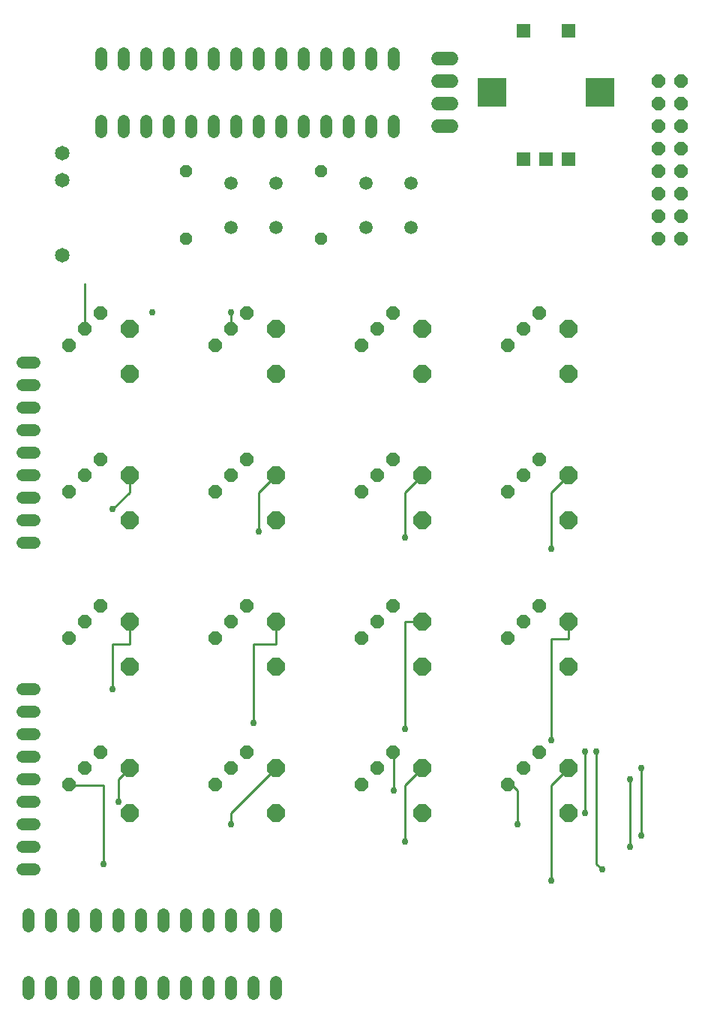
<source format=gbr>
G04 EAGLE Gerber RS-274X export*
G75*
%MOMM*%
%FSLAX34Y34*%
%LPD*%
%INBottom Copper*%
%IPPOS*%
%AMOC8*
5,1,8,0,0,1.08239X$1,22.5*%
G01*
%ADD10P,2.110661X8X22.500000*%
%ADD11P,1.632244X8X67.500000*%
%ADD12C,1.650000*%
%ADD13R,1.508000X1.508000*%
%ADD14R,3.216000X3.216000*%
%ADD15C,1.508000*%
%ADD16C,1.320800*%
%ADD17C,1.524000*%
%ADD18P,1.429621X8X112.500000*%
%ADD19P,1.649562X8X112.500000*%
%ADD20C,0.254000*%
%ADD21C,0.756400*%


D10*
X152400Y584200D03*
X152400Y635000D03*
D11*
X101600Y635000D03*
X83640Y617039D03*
X119561Y652961D03*
D10*
X317500Y584200D03*
X317500Y635000D03*
D11*
X266700Y635000D03*
X248740Y617039D03*
X284661Y652961D03*
D10*
X482600Y584200D03*
X482600Y635000D03*
D11*
X431800Y635000D03*
X413840Y617039D03*
X449761Y652961D03*
D10*
X647700Y584200D03*
X647700Y635000D03*
D11*
X596900Y635000D03*
X578940Y617039D03*
X614861Y652961D03*
D10*
X152400Y419100D03*
X152400Y469900D03*
D11*
X101600Y469900D03*
X83640Y451939D03*
X119561Y487861D03*
D10*
X317500Y419100D03*
X317500Y469900D03*
D11*
X266700Y469900D03*
X248740Y451939D03*
X284661Y487861D03*
D10*
X482600Y419100D03*
X482600Y469900D03*
D11*
X431800Y469900D03*
X413840Y451939D03*
X449761Y487861D03*
D10*
X647700Y419100D03*
X647700Y469900D03*
D11*
X596900Y469900D03*
X578940Y451939D03*
X614861Y487861D03*
D10*
X152400Y254000D03*
X152400Y304800D03*
D11*
X101600Y304800D03*
X83640Y286839D03*
X119561Y322761D03*
D10*
X317500Y254000D03*
X317500Y304800D03*
D11*
X266700Y304800D03*
X248740Y286839D03*
X284661Y322761D03*
D10*
X482600Y254000D03*
X482600Y304800D03*
D11*
X431800Y304800D03*
X413840Y286839D03*
X449761Y322761D03*
D10*
X647700Y254000D03*
X647700Y304800D03*
D11*
X596900Y304800D03*
X578940Y286839D03*
X614861Y322761D03*
D10*
X152400Y88900D03*
X152400Y139700D03*
D11*
X101600Y139700D03*
X83640Y121739D03*
X119561Y157661D03*
D10*
X317500Y88900D03*
X317500Y139700D03*
D11*
X266700Y139700D03*
X248740Y121739D03*
X284661Y157661D03*
D10*
X482600Y88900D03*
X482600Y139700D03*
D11*
X431800Y139700D03*
X413840Y121739D03*
X449761Y157661D03*
D10*
X647700Y88900D03*
X647700Y139700D03*
D11*
X596900Y139700D03*
X578940Y121739D03*
X614861Y157661D03*
D12*
X76200Y718350D03*
X76200Y803350D03*
X76200Y833350D03*
D13*
X597300Y826700D03*
X622300Y826700D03*
X647300Y826700D03*
X597300Y971700D03*
X647300Y971700D03*
D14*
X561300Y901700D03*
X683300Y901700D03*
D15*
X419500Y799700D03*
X419500Y749700D03*
X469500Y749700D03*
X469500Y799700D03*
X267100Y799700D03*
X267100Y749700D03*
X317100Y749700D03*
X317100Y799700D03*
D16*
X120650Y856996D02*
X120650Y870204D01*
X146050Y870204D02*
X146050Y856996D01*
X171450Y856996D02*
X171450Y870204D01*
X196850Y870204D02*
X196850Y856996D01*
X222250Y856996D02*
X222250Y870204D01*
X247650Y870204D02*
X247650Y856996D01*
X273050Y856996D02*
X273050Y870204D01*
X298450Y870204D02*
X298450Y856996D01*
X323850Y856996D02*
X323850Y870204D01*
X349250Y870204D02*
X349250Y856996D01*
X374650Y856996D02*
X374650Y870204D01*
X400050Y870204D02*
X400050Y856996D01*
X425450Y856996D02*
X425450Y870204D01*
X450850Y870204D02*
X450850Y856996D01*
X450850Y933196D02*
X450850Y946404D01*
X425450Y946404D02*
X425450Y933196D01*
X400050Y933196D02*
X400050Y946404D01*
X374650Y946404D02*
X374650Y933196D01*
X349250Y933196D02*
X349250Y946404D01*
X323850Y946404D02*
X323850Y933196D01*
X298450Y933196D02*
X298450Y946404D01*
X273050Y946404D02*
X273050Y933196D01*
X247650Y933196D02*
X247650Y946404D01*
X222250Y946404D02*
X222250Y933196D01*
X196850Y933196D02*
X196850Y946404D01*
X171450Y946404D02*
X171450Y933196D01*
X146050Y933196D02*
X146050Y946404D01*
X120650Y946404D02*
X120650Y933196D01*
X44704Y596900D02*
X31496Y596900D01*
X31496Y571500D02*
X44704Y571500D01*
X44704Y546100D02*
X31496Y546100D01*
X31496Y520700D02*
X44704Y520700D01*
X44704Y495300D02*
X31496Y495300D01*
X31496Y469900D02*
X44704Y469900D01*
X44704Y444500D02*
X31496Y444500D01*
X31496Y419100D02*
X44704Y419100D01*
X44704Y393700D02*
X31496Y393700D01*
X31496Y228600D02*
X44704Y228600D01*
X44704Y203200D02*
X31496Y203200D01*
X31496Y177800D02*
X44704Y177800D01*
X44704Y152400D02*
X31496Y152400D01*
X31496Y127000D02*
X44704Y127000D01*
X44704Y101600D02*
X31496Y101600D01*
X31496Y76200D02*
X44704Y76200D01*
X44704Y50800D02*
X31496Y50800D01*
X31496Y25400D02*
X44704Y25400D01*
D17*
X500380Y863600D02*
X515620Y863600D01*
X515620Y889000D02*
X500380Y889000D01*
X500380Y914400D02*
X515620Y914400D01*
X515620Y939800D02*
X500380Y939800D01*
D18*
X215900Y736600D03*
X215900Y812800D03*
X368300Y736600D03*
X368300Y812800D03*
D19*
X774700Y736600D03*
X749300Y736600D03*
X774700Y762000D03*
X749300Y762000D03*
X774700Y787400D03*
X749300Y787400D03*
X774700Y812800D03*
X749300Y812800D03*
X774700Y838200D03*
X749300Y838200D03*
X774700Y863600D03*
X749300Y863600D03*
X774700Y889000D03*
X749300Y889000D03*
X774700Y914400D03*
X749300Y914400D03*
D16*
X38100Y-101346D02*
X38100Y-114554D01*
X63500Y-114554D02*
X63500Y-101346D01*
X88900Y-101346D02*
X88900Y-114554D01*
X114300Y-114554D02*
X114300Y-101346D01*
X139700Y-101346D02*
X139700Y-114554D01*
X165100Y-114554D02*
X165100Y-101346D01*
X190500Y-101346D02*
X190500Y-114554D01*
X215900Y-114554D02*
X215900Y-101346D01*
X241300Y-101346D02*
X241300Y-114554D01*
X266700Y-114554D02*
X266700Y-101346D01*
X292100Y-101346D02*
X292100Y-114554D01*
X317500Y-114554D02*
X317500Y-101346D01*
X317500Y-38354D02*
X317500Y-25146D01*
X292100Y-25146D02*
X292100Y-38354D01*
X266700Y-38354D02*
X266700Y-25146D01*
X241300Y-25146D02*
X241300Y-38354D01*
X215900Y-38354D02*
X215900Y-25146D01*
X190500Y-25146D02*
X190500Y-38354D01*
X165100Y-38354D02*
X165100Y-25146D01*
X139700Y-25146D02*
X139700Y-38354D01*
X114300Y-38354D02*
X114300Y-25146D01*
X88900Y-25146D02*
X88900Y-38354D01*
X63500Y-38354D02*
X63500Y-25146D01*
X38100Y-25146D02*
X38100Y-38354D01*
D20*
X101600Y635000D02*
X101600Y685800D01*
X266700Y654050D02*
X266700Y635000D01*
D21*
X177800Y654050D03*
X266700Y654050D03*
X730250Y139700D03*
D20*
X730250Y63500D01*
D21*
X730250Y63500D03*
D20*
X450850Y114300D02*
X450850Y120650D01*
X450850Y152400D01*
X449761Y153489D01*
X449761Y157661D01*
D21*
X450850Y114300D03*
D20*
X666750Y88900D02*
X666750Y158750D01*
D21*
X666750Y158750D03*
X666750Y88900D03*
D20*
X83640Y120650D02*
X83640Y121739D01*
X123042Y120650D02*
X123042Y31750D01*
D21*
X123042Y31750D03*
X685800Y25400D03*
D20*
X679450Y31750D02*
X679450Y158750D01*
X679450Y31750D02*
X685800Y25400D01*
D21*
X679450Y158750D03*
D20*
X123042Y120650D02*
X83640Y120650D01*
D21*
X717550Y127000D03*
D20*
X717550Y50800D01*
D21*
X717550Y50800D03*
D20*
X590550Y76200D02*
X590550Y114300D01*
X583111Y121739D01*
X578940Y121739D01*
D21*
X590550Y76200D03*
X628650Y387350D03*
D20*
X628650Y450850D01*
X647700Y469900D01*
X463550Y450850D02*
X463550Y400050D01*
X463550Y450850D02*
X482600Y469900D01*
D21*
X463550Y400050D03*
D20*
X298450Y406400D02*
X298450Y450850D01*
X317500Y469900D01*
D21*
X298450Y406400D03*
D20*
X152400Y450850D02*
X133350Y431800D01*
X152400Y450850D02*
X152400Y469900D01*
D21*
X133350Y431800D03*
X292100Y190500D03*
D20*
X292100Y279400D01*
X317500Y279400D01*
X317500Y304800D01*
D21*
X463550Y184150D03*
D20*
X463550Y304800D02*
X482600Y304800D01*
X463550Y304800D02*
X463550Y184150D01*
D21*
X628650Y171450D03*
D20*
X628650Y285750D01*
X647700Y285750D01*
X647700Y304800D01*
D21*
X139700Y101600D03*
D20*
X139700Y127000D01*
X152400Y139700D01*
D21*
X266700Y76200D03*
D20*
X266700Y88900D01*
X317500Y139700D01*
X463550Y120650D02*
X463550Y57150D01*
X463550Y120650D02*
X482600Y139700D01*
D21*
X463550Y57150D03*
X628650Y12700D03*
D20*
X628650Y120650D01*
X647700Y139700D01*
D21*
X133350Y228600D03*
D20*
X133350Y279400D01*
X152400Y279400D01*
X152400Y304800D01*
M02*

</source>
